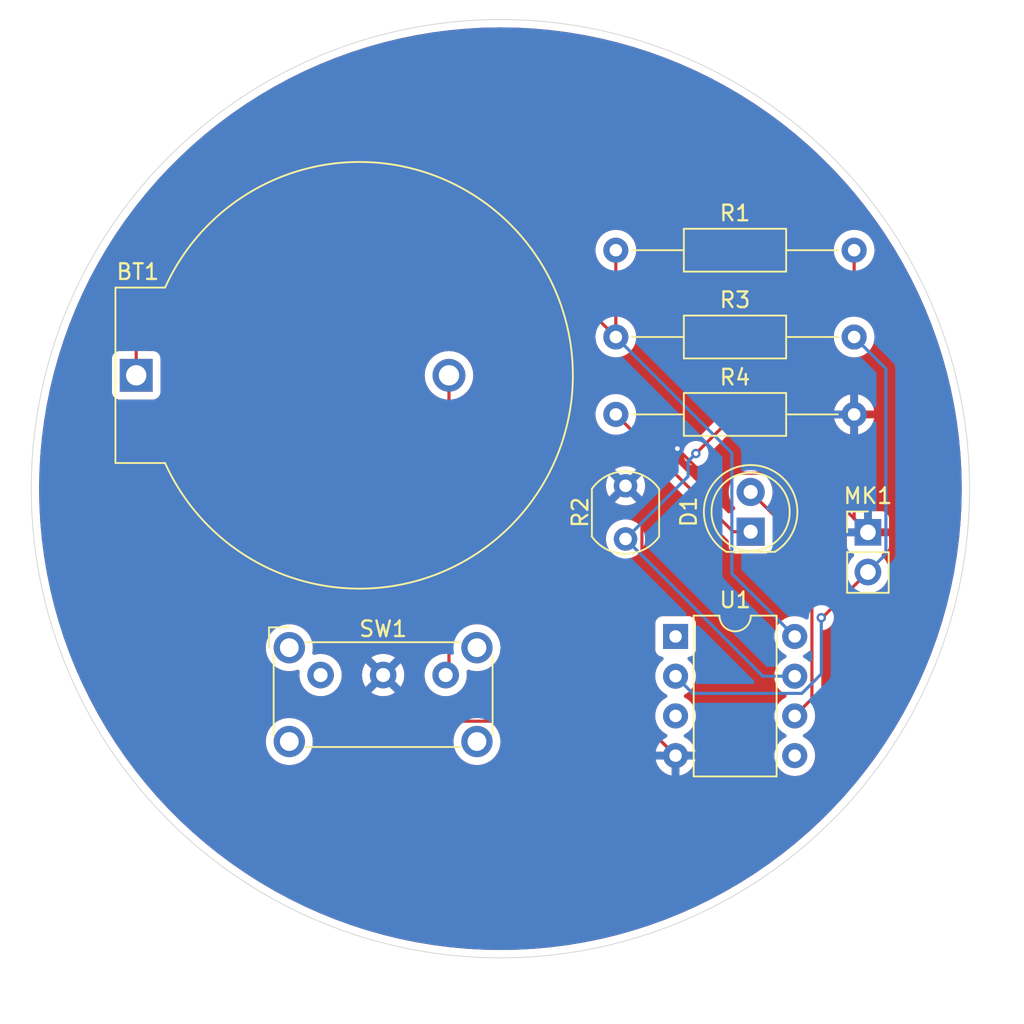
<source format=kicad_pcb>
(kicad_pcb (version 20240108) (generator "pcbnew") (generator_version "8.0")
  (layers (0 "F.Cu" signal) (31 "B.Cu" signal) (34 "B.Paste" user) (35 "F.Paste" user) (36 "B.SilkS" user "B.Silkscreen") (37 "F.SilkS" user "F.Silkscreen") (38 "B.Mask" user) (39 "F.Mask" user) (44 "Edge.Cuts" user))
  (net 0 "")
  (net 1 "Net-(BT1--)")
  (net 2 "+3.3V")
  (net 3 "Net-(D1-K)")
  (net 4 "/LED")
  (net 5 "GND")
  (net 6 "/MIC")
  (net 7 "/LDR")
  (footprint "Connector_PinHeader_2.54mm:PinHeader_1x02_P2.54mm_Vertical" (layer "F.Cu") (at 157 100.04)
    (property "Reference" "MK1" (at 0 -2.33 0) (layer "F.SilkS"))
    (property "Value" "Microphone_Condenser")
    (fp_line (start -1.33 -1.33) (end 0 -1.33) (stroke (width 0.12)) (layer "F.SilkS"))
    (fp_line (start -1.33 0) (end -1.33 -1.33) (stroke (width 0.12)) (layer "F.SilkS"))
    (fp_line (start -1.33 1.27) (end -1.33 3.87) (stroke (width 0.12)) (layer "F.SilkS"))
    (fp_line (start -1.33 1.27) (end 1.33 1.27) (stroke (width 0.12)) (layer "F.SilkS"))
    (fp_line (start -1.33 3.87) (end 1.33 3.87) (stroke (width 0.12)) (layer "F.SilkS"))
    (fp_line (start 1.33 1.27) (end 1.33 3.87) (stroke (width 0.12)) (layer "F.SilkS"))
    (pad "1" thru_hole rect (at 0 0) (size 1.7 1.7) (drill 1) (layers "*.Cu" "*.Mask") (net 5 "GND"))
    (pad "2" thru_hole oval (at 0 2.54) (size 1.7 1.7) (drill 1) (layers "*.Cu" "*.Mask") (net 6 "/MIC"))
  )
  (footprint "OptoDevice:R_LDR_5.1x4.3mm_P3.4mm_Vertical" (layer "F.Cu") (at 141.5 100.465 90)
    (property "Reference" "R2" (at 1.7 -2.9 -90) (layer "F.SilkS"))
    (property "Value" "5mm LDR")
    (fp_line (start 0.15 -2.15) (end 3.2 -2.15) (stroke (width 0.12)) (layer "F.SilkS"))
    (fp_line (start 0.15 2.15) (end 3.2 2.15) (stroke (width 0.12)) (layer "F.SilkS"))
    (fp_arc (start 3.2 -2.15) (mid 4.321403 -0.027338) (end 3.244513 2.118249) (stroke (width 0.12)) (layer "F.SilkS"))
    (fp_arc (start 0.15 2.15) (mid -0.950438 -0.013368) (end 0.171766 -2.165525) (stroke (width 0.12)) (layer "F.SilkS"))
    (pad "1" thru_hole circle (at 0 0 90) (size 1.5 1.5) (drill 0.8) (layers "*.Cu" "*.Mask") (net 7 "/LDR"))
    (pad "2" thru_hole circle (at 3.4 0 90) (size 1.5 1.5) (drill 0.8) (layers "*.Cu" "*.Mask") (net 5 "GND"))
  )
  (footprint "Battery:BatteryHolder_ComfortableElectronic_CH273-2450_1x2450" (layer "F.Cu") (at 110.210914 90)
    (property "Reference" "BT1" (at 0.1 -6.62 0) (layer "F.SilkS"))
    (property "Value" "3.3V Cell")
    (fp_line (start -1.33 -5.61) (end 1.845 -5.61) (stroke (width 0.12)) (layer "F.SilkS"))
    (fp_line (start -1.33 5.61) (end -1.33 -5.61) (stroke (width 0.12)) (layer "F.SilkS"))
    (fp_line (start 1.845 5.61) (end -1.33 5.61) (stroke (width 0.12)) (layer "F.SilkS"))
    (fp_arc (start 1.845 -5.61) (mid 27.921896 0) (end 1.845 5.61) (stroke (width 0.12)) (layer "F.SilkS"))
    (pad "1" thru_hole rect (at 0 0 270) (size 2.1 2.1) (drill 1.3) (layers "*.Cu" "*.Mask") (net 2 "+3.3V"))
    (pad "2" thru_hole circle (at 20 0 270) (size 2.1 2.1) (drill 1.3) (layers "*.Cu" "*.Mask") (net 1 "Net-(BT1--)"))
  )
  (footprint "LED_THT:LED_D5.0mm" (layer "F.Cu") (at 149.5 100 90)
    (property "Reference" "D1" (at 1.27 -3.96 -90) (layer "F.SilkS"))
    (property "Value" "5 mm yellow LED")
    (fp_line (start -1.29 -1.545) (end -1.29 1.545) (stroke (width 0.12)) (layer "F.SilkS"))
    (fp_arc (start -1.29 -1.54483) (mid 2.072002 -2.880433) (end 4.26 0.000462) (stroke (width 0.12)) (layer "F.SilkS"))
    (fp_arc (start 4.26 -0.000462) (mid 2.072002 2.880433) (end -1.29 1.54483) (stroke (width 0.12)) (layer "F.SilkS"))
    (fp_circle (center 1.27 0) (end 3.77 0) (stroke (width 0.12)) (fill none) (layer "F.SilkS"))
    (pad "1" thru_hole rect (at 0 0 90) (size 1.8 1.8) (drill 0.9) (layers "*.Cu" "*.Mask") (net 3 "Net-(D1-K)"))
    (pad "2" thru_hole circle (at 2.54 0 90) (size 1.8 1.8) (drill 0.9) (layers "*.Cu" "*.Mask") (net 4 "/LED"))
  )
  (footprint "Resistor_THT:R_Axial_DIN0207_L6.3mm_D2.5mm_P15.24mm_Horizontal" (layer "F.Cu") (at 140.88 82)
    (property "Reference" "R1" (at 7.62 -2.37 0) (layer "F.SilkS"))
    (property "Value" "10k")
    (fp_line (start 1.04 0) (end 4.35 0) (stroke (width 0.12)) (layer "F.SilkS"))
    (fp_line (start 4.35 -1.37) (end 4.35 1.37) (stroke (width 0.12)) (layer "F.SilkS"))
    (fp_line (start 4.35 1.37) (end 10.89 1.37) (stroke (width 0.12)) (layer "F.SilkS"))
    (fp_line (start 10.89 -1.37) (end 4.35 -1.37) (stroke (width 0.12)) (layer "F.SilkS"))
    (fp_line (start 10.89 1.37) (end 10.89 -1.37) (stroke (width 0.12)) (layer "F.SilkS"))
    (fp_line (start 14.2 0) (end 10.89 0) (stroke (width 0.12)) (layer "F.SilkS"))
    (pad "1" thru_hole circle (at 0 0) (size 1.6 1.6) (drill 0.8) (layers "*.Cu" "*.Mask") (net 2 "+3.3V"))
    (pad "2" thru_hole oval (at 15.24 0) (size 1.6 1.6) (drill 0.8) (layers "*.Cu" "*.Mask") (net 7 "/LDR"))
  )
  (footprint "Button_Switch_THT:SW_E-Switch_EG1224_SPDT_Angled" (layer "F.Cu") (at 122 109.1675)
    (property "Reference" "SW1" (at 4 -2.95 0) (layer "F.SilkS"))
    (property "Value" "SW_SPDT")
    (fp_line (start -3.3 -3.05) (end -2 -3.05) (stroke (width 0.12)) (layer "F.SilkS"))
    (fp_line (start -3.3 -1.75) (end -3.3 -3.05) (stroke (width 0.12)) (layer "F.SilkS"))
    (fp_line (start -3 3.85) (end -3 -1.35) (stroke (width 0.12)) (layer "F.SilkS"))
    (fp_line (start -0.95 -2.1) (end 8.95 -2.1) (stroke (width 0.12)) (layer "F.SilkS"))
    (fp_line (start 8.95 4.6) (end -0.95 4.6) (stroke (width 0.12)) (layer "F.SilkS"))
    (fp_line (start 11 -1.35) (end 11 3.85) (stroke (width 0.12)) (layer "F.SilkS"))
    (pad "" thru_hole circle (at -2 -1.75) (size 2 2) (drill 1.2) (layers "*.Cu" "*.Mask"))
    (pad "" thru_hole circle (at -2 4.25) (size 2 2) (drill 1.2) (layers "*.Cu" "*.Mask"))
    (pad "" thru_hole circle (at 10 -1.75) (size 2 2) (drill 1.2) (layers "*.Cu" "*.Mask"))
    (pad "" thru_hole circle (at 10 4.25) (size 2 2) (drill 1.2) (layers "*.Cu" "*.Mask"))
    (pad "1" thru_hole circle (at 0 0) (size 1.7 1.7) (drill 0.9) (layers "*.Cu" "*.Mask"))
    (pad "2" thru_hole circle (at 4 0) (size 1.7 1.7) (drill 0.9) (layers "*.Cu" "*.Mask") (net 5 "GND"))
    (pad "3" thru_hole circle (at 8 0) (size 1.7 1.7) (drill 0.9) (layers "*.Cu" "*.Mask") (net 1 "Net-(BT1--)"))
  )
  (footprint "Resistor_THT:R_Axial_DIN0207_L6.3mm_D2.5mm_P15.24mm_Horizontal" (layer "F.Cu") (at 140.88 87.55)
    (property "Reference" "R3" (at 7.62 -2.37 0) (layer "F.SilkS"))
    (property "Value" "5.6k")
    (fp_line (start 1.04 0) (end 4.35 0) (stroke (width 0.12)) (layer "F.SilkS"))
    (fp_line (start 4.35 -1.37) (end 4.35 1.37) (stroke (width 0.12)) (layer "F.SilkS"))
    (fp_line (start 4.35 1.37) (end 10.89 1.37) (stroke (width 0.12)) (layer "F.SilkS"))
    (fp_line (start 10.89 -1.37) (end 4.35 -1.37) (stroke (width 0.12)) (layer "F.SilkS"))
    (fp_line (start 10.89 1.37) (end 10.89 -1.37) (stroke (width 0.12)) (layer "F.SilkS"))
    (fp_line (start 14.2 0) (end 10.89 0) (stroke (width 0.12)) (layer "F.SilkS"))
    (pad "1" thru_hole circle (at 0 0) (size 1.6 1.6) (drill 0.8) (layers "*.Cu" "*.Mask") (net 2 "+3.3V"))
    (pad "2" thru_hole oval (at 15.24 0) (size 1.6 1.6) (drill 0.8) (layers "*.Cu" "*.Mask") (net 6 "/MIC"))
  )
  (footprint "Resistor_THT:R_Axial_DIN0207_L6.3mm_D2.5mm_P15.24mm_Horizontal" (layer "F.Cu") (at 140.88 92.5)
    (property "Reference" "R4" (at 7.62 -2.37 0) (layer "F.SilkS"))
    (property "Value" "470R")
    (fp_line (start 1.04 0) (end 4.35 0) (stroke (width 0.12)) (layer "F.SilkS"))
    (fp_line (start 4.35 -1.37) (end 4.35 1.37) (stroke (width 0.12)) (layer "F.SilkS"))
    (fp_line (start 4.35 1.37) (end 10.89 1.37) (stroke (width 0.12)) (layer "F.SilkS"))
    (fp_line (start 10.89 -1.37) (end 4.35 -1.37) (stroke (width 0.12)) (layer "F.SilkS"))
    (fp_line (start 10.89 1.37) (end 10.89 -1.37) (stroke (width 0.12)) (layer "F.SilkS"))
    (fp_line (start 14.2 0) (end 10.89 0) (stroke (width 0.12)) (layer "F.SilkS"))
    (pad "1" thru_hole circle (at 0 0) (size 1.6 1.6) (drill 0.8) (layers "*.Cu" "*.Mask") (net 3 "Net-(D1-K)"))
    (pad "2" thru_hole oval (at 15.24 0) (size 1.6 1.6) (drill 0.8) (layers "*.Cu" "*.Mask") (net 5 "GND"))
  )
  (footprint "Package_DIP:DIP-8_W7.62mm" (layer "F.Cu") (at 144.7 106.7)
    (property "Reference" "U1" (at 3.81 -2.33 0) (layer "F.SilkS"))
    (property "Value" "ATtiny85V-10P")
    (fp_line (start 1.16 -1.33) (end 1.16 8.95) (stroke (width 0.12)) (layer "F.SilkS"))
    (fp_line (start 1.16 8.95) (end 6.46 8.95) (stroke (width 0.12)) (layer "F.SilkS"))
    (fp_line (start 2.81 -1.33) (end 1.16 -1.33) (stroke (width 0.12)) (layer "F.SilkS"))
    (fp_line (start 6.46 -1.33) (end 4.81 -1.33) (stroke (width 0.12)) (layer "F.SilkS"))
    (fp_line (start 6.46 8.95) (end 6.46 -1.33) (stroke (width 0.12)) (layer "F.SilkS"))
    (fp_arc (start 4.81 -1.33) (mid 3.81 -0.33) (end 2.81 -1.33) (stroke (width 0.12)) (layer "F.SilkS"))
    (pad "1" thru_hole rect (at 0 0) (size 1.6 1.6) (drill 0.8) (layers "*.Cu" "*.Mask"))
    (pad "2" thru_hole oval (at 0 2.54) (size 1.6 1.6) (drill 0.8) (layers "*.Cu" "*.Mask") (net 6 "/MIC"))
    (pad "3" thru_hole oval (at 0 5.08) (size 1.6 1.6) (drill 0.8) (layers "*.Cu" "*.Mask"))
    (pad "4" thru_hole oval (at 0 7.62) (size 1.6 1.6) (drill 0.8) (layers "*.Cu" "*.Mask") (net 5 "GND"))
    (pad "5" thru_hole oval (at 7.62 7.62) (size 1.6 1.6) (drill 0.8) (layers "*.Cu" "*.Mask"))
    (pad "6" thru_hole oval (at 7.62 5.08) (size 1.6 1.6) (drill 0.8) (layers "*.Cu" "*.Mask") (net 4 "/LED"))
    (pad "7" thru_hole oval (at 7.62 2.54) (size 1.6 1.6) (drill 0.8) (layers "*.Cu" "*.Mask") (net 7 "/LDR"))
    (pad "8" thru_hole oval (at 7.62 0) (size 1.6 1.6) (drill 0.8) (layers "*.Cu" "*.Mask") (net 2 "+3.3V"))
  )
  (gr_circle (center 133.5 97.25) (end 163.5 97.25) (stroke (width 0.05)) (fill none) (layer "Edge.Cuts"))
  (segment (start 130.11 108.6) (end 129.5425 109.1675) (width 0.2) (layer "F.Cu") (net 1))
  (segment (start 130.210914 90) (end 130.210914 108.956586) (width 0.2) (layer "F.Cu") (net 1))
  (segment (start 130.210914 108.956586) (end 130 109.1675) (width 0.2) (layer "F.Cu") (net 1))
  (segment (start 129.710914 108.878414) (end 130 109.1675) (width 0.2) (layer "F.Cu") (net 1))
  (segment (start 139.48 86.15) (end 140.88 87.55) (width 0.2) (layer "F.Cu") (net 2))
  (segment (start 110.210914 90) (end 110.210914 87) (width 0.2) (layer "F.Cu") (net 2))
  (segment (start 140.88 82) (end 140.88 87.55) (width 0.2) (layer "F.Cu") (net 2))
  (segment (start 110.210914 87) (end 111.060914 86.15) (width 0.2) (layer "F.Cu") (net 2))
  (segment (start 111.060914 86.15) (end 139.48 86.15) (width 0.2) (layer "F.Cu") (net 2))
  (segment (start 148.3 94.97) (end 148.3 102.68) (width 0.2) (layer "B.Cu") (net 2))
  (segment (start 148.3 102.68) (end 152.32 106.7) (width 0.2) (layer "B.Cu") (net 2))
  (segment (start 140.88 87.55) (end 148.3 94.97) (width 0.2) (layer "B.Cu") (net 2))
  (segment (start 148.38 100) (end 149.5 100) (width 0.2) (layer "F.Cu") (net 3))
  (segment (start 140.88 92.5) (end 148.38 100) (width 0.2) (layer "F.Cu") (net 3))
  (segment (start 149.5 97.46) (end 153.42 101.38) (width 0.2) (layer "F.Cu") (net 4))
  (segment (start 153.42 101.38) (end 153.42 110.68) (width 0.2) (layer "F.Cu") (net 4))
  (segment (start 153.42 110.68) (end 152.32 111.78) (width 0.2) (layer "F.Cu") (net 4))
  (segment (start 128.95 112.1175) (end 142.4975 112.1175) (width 0.2) (layer "F.Cu") (net 5))
  (segment (start 142.55 112.17) (end 144.7 114.32) (width 0.2) (layer "F.Cu") (net 5))
  (segment (start 141.5 97.065) (end 142.55 98.115) (width 0.2) (layer "F.Cu") (net 5))
  (segment (start 153.22 96.26) (end 157 100.04) (width 0.2) (layer "F.Cu") (net 5))
  (segment (start 156.12 99.16) (end 157 100.04) (width 0.2) (layer "F.Cu") (net 5))
  (segment (start 142.55 98.115) (end 142.55 112.17) (width 0.2) (layer "F.Cu") (net 5))
  (segment (start 146.38853 96.26) (end 144.814265 94.685735) (width 0.2) (layer "F.Cu") (net 5))
  (segment (start 153.22 96.26) (end 146.38853 96.26) (width 0.2) (layer "F.Cu") (net 5))
  (segment (start 156.12 92.5) (end 156.12 99.16) (width 0.2) (layer "F.Cu") (net 5))
  (segment (start 142.4975 112.1175) (end 144.7 114.32) (width 0.2) (layer "F.Cu") (net 5))
  (segment (start 126 109.1675) (end 128.95 112.1175) (width 0.2) (layer "F.Cu") (net 5))
  (via (at 144.814265 94.685735) (size 0.6) (drill 0.3) (layers "F.Cu" "B.Cu") (net 5))
  (segment (start 144.5 95) (end 143.565 95) (width 0.2) (layer "B.Cu") (net 5))
  (segment (start 144.814265 94.685735) (end 144.5 95) (width 0.2) (layer "B.Cu") (net 5))
  (segment (start 143.565 95) (end 141.5 97.065) (width 0.2) (layer "B.Cu") (net 5))
  (segment (start 154.08 105.5) (end 154.02 105.5) (width 0.2) (layer "F.Cu") (net 6))
  (segment (start 144.5 109.44) (end 144.5 109.5) (width 0.2) (layer "F.Cu") (net 6))
  (segment (start 157 102.58) (end 154.08 105.5) (width 0.2) (layer "F.Cu") (net 6))
  (segment (start 144.7 109.24) (end 144.5 109.44) (width 0.2) (layer "F.Cu") (net 6))
  (via (at 154.02 105.5) (size 0.6) (drill 0.3) (layers "F.Cu" "B.Cu") (net 6))
  (segment (start 145.8 110.34) (end 144.7 109.24) (width 0.2) (layer "B.Cu") (net 6))
  (segment (start 158.15 101.43) (end 157 102.58) (width 0.2) (layer "B.Cu") (net 6))
  (segment (start 156.12 87.55) (end 158.15 89.58) (width 0.2) (layer "B.Cu") (net 6))
  (segment (start 152.775635 110.34) (end 145.8 110.34) (width 0.2) (layer "B.Cu") (net 6))
  (segment (start 154.02 105.5) (end 154.02 109.095635) (width 0.2) (layer "B.Cu") (net 6))
  (segment (start 154.02 109.095635) (end 152.775635 110.34) (width 0.2) (layer "B.Cu") (net 6))
  (segment (start 158.15 89.58) (end 158.15 101.43) (width 0.2) (layer "B.Cu") (net 6))
  (segment (start 156.12 82) (end 156.12 84.88) (width 0.2) (layer "F.Cu") (net 7))
  (segment (start 156.12 84.88) (end 146 95) (width 0.2) (layer "F.Cu") (net 7))
  (via (at 146 95) (size 0.6) (drill 0.3) (layers "F.Cu" "B.Cu") (net 7))
  (segment (start 146 95) (end 145.5 95.5) (width 0.2) (layer "B.Cu") (net 7))
  (segment (start 150.275 109.24) (end 152.32 109.24) (width 0.2) (layer "B.Cu") (net 7))
  (segment (start 145.5 96.465) (end 141.5 100.465) (width 0.2) (layer "B.Cu") (net 7))
  (segment (start 141.5 100.465) (end 150.275 109.24) (width 0.2) (layer "B.Cu") (net 7))
  (segment (start 145.5 95.5) (end 145.5 96.465) (width 0.2) (layer "B.Cu") (net 7))
  (zone (net 5) (net_name "GND") (layers "F&B.Cu") (connect_pads (clearance 0.5)) (min_thickness 0.25) (fill yes (thermal_gap 0.5) (thermal_bridge_width 0.5) (island_removal_mode 1) (island_area_min 10))
    (polygon (pts (xy 158.5 77) (xy 143 66) (xy 118 67) (xy 104 84) (xy 101.5 105.5) (xy 114.5 124) (xy 142 131.5) (xy 162.5 113) (xy 167 90)))
  )
)
</source>
